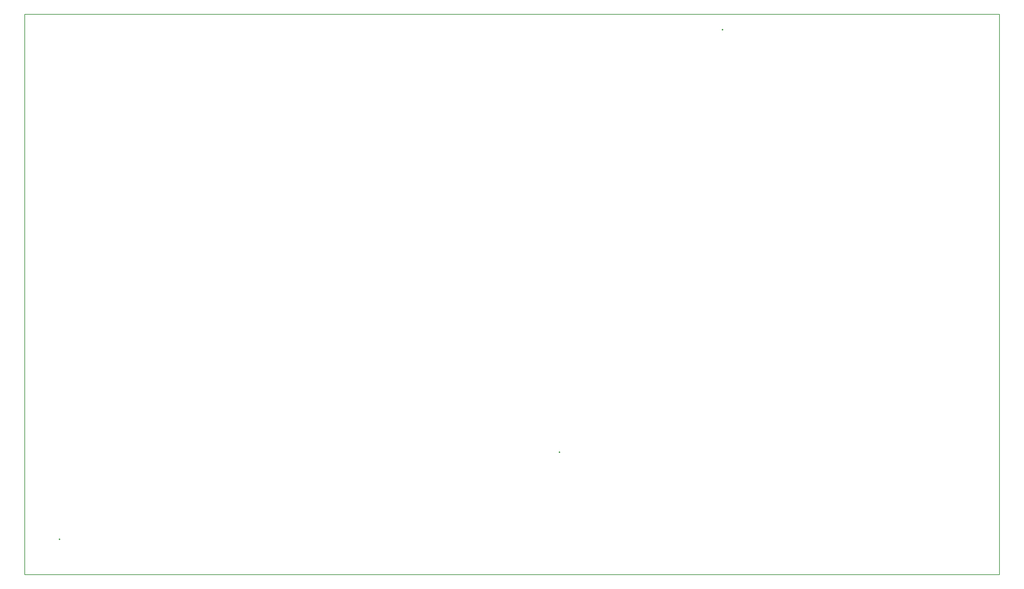
<source format=gbr>
G04 EAGLE Gerber RS-274X export*
G75*
%MOMM*%
%FSLAX34Y34*%
%LPD*%
%IN*%
%IPPOS*%
%AMOC8*
5,1,8,0,0,1.08239X$1,22.5*%
G01*
%ADD10C,0.000000*%
%ADD11C,0.254000*%


D10*
X0Y-100000D02*
X3820000Y-100000D01*
X3820000Y2100000D01*
X0Y2100000D01*
X0Y-100000D01*
X2732560Y2039620D02*
X2732562Y2039703D01*
X2732568Y2039786D01*
X2732578Y2039869D01*
X2732592Y2039951D01*
X2732609Y2040033D01*
X2732631Y2040113D01*
X2732656Y2040192D01*
X2732685Y2040270D01*
X2732718Y2040347D01*
X2732755Y2040422D01*
X2732794Y2040495D01*
X2732838Y2040566D01*
X2732884Y2040635D01*
X2732934Y2040702D01*
X2732987Y2040766D01*
X2733043Y2040828D01*
X2733102Y2040887D01*
X2733164Y2040943D01*
X2733228Y2040996D01*
X2733295Y2041046D01*
X2733364Y2041092D01*
X2733435Y2041136D01*
X2733508Y2041175D01*
X2733583Y2041212D01*
X2733660Y2041245D01*
X2733738Y2041274D01*
X2733817Y2041299D01*
X2733897Y2041321D01*
X2733979Y2041338D01*
X2734061Y2041352D01*
X2734144Y2041362D01*
X2734227Y2041368D01*
X2734310Y2041370D01*
X2734393Y2041368D01*
X2734476Y2041362D01*
X2734559Y2041352D01*
X2734641Y2041338D01*
X2734723Y2041321D01*
X2734803Y2041299D01*
X2734882Y2041274D01*
X2734960Y2041245D01*
X2735037Y2041212D01*
X2735112Y2041175D01*
X2735185Y2041136D01*
X2735256Y2041092D01*
X2735325Y2041046D01*
X2735392Y2040996D01*
X2735456Y2040943D01*
X2735518Y2040887D01*
X2735577Y2040828D01*
X2735633Y2040766D01*
X2735686Y2040702D01*
X2735736Y2040635D01*
X2735782Y2040566D01*
X2735826Y2040495D01*
X2735865Y2040422D01*
X2735902Y2040347D01*
X2735935Y2040270D01*
X2735964Y2040192D01*
X2735989Y2040113D01*
X2736011Y2040033D01*
X2736028Y2039951D01*
X2736042Y2039869D01*
X2736052Y2039786D01*
X2736058Y2039703D01*
X2736060Y2039620D01*
X2736058Y2039537D01*
X2736052Y2039454D01*
X2736042Y2039371D01*
X2736028Y2039289D01*
X2736011Y2039207D01*
X2735989Y2039127D01*
X2735964Y2039048D01*
X2735935Y2038970D01*
X2735902Y2038893D01*
X2735865Y2038818D01*
X2735826Y2038745D01*
X2735782Y2038674D01*
X2735736Y2038605D01*
X2735686Y2038538D01*
X2735633Y2038474D01*
X2735577Y2038412D01*
X2735518Y2038353D01*
X2735456Y2038297D01*
X2735392Y2038244D01*
X2735325Y2038194D01*
X2735256Y2038148D01*
X2735185Y2038104D01*
X2735112Y2038065D01*
X2735037Y2038028D01*
X2734960Y2037995D01*
X2734882Y2037966D01*
X2734803Y2037941D01*
X2734723Y2037919D01*
X2734641Y2037902D01*
X2734559Y2037888D01*
X2734476Y2037878D01*
X2734393Y2037872D01*
X2734310Y2037870D01*
X2734227Y2037872D01*
X2734144Y2037878D01*
X2734061Y2037888D01*
X2733979Y2037902D01*
X2733897Y2037919D01*
X2733817Y2037941D01*
X2733738Y2037966D01*
X2733660Y2037995D01*
X2733583Y2038028D01*
X2733508Y2038065D01*
X2733435Y2038104D01*
X2733364Y2038148D01*
X2733295Y2038194D01*
X2733228Y2038244D01*
X2733164Y2038297D01*
X2733102Y2038353D01*
X2733043Y2038412D01*
X2732987Y2038474D01*
X2732934Y2038538D01*
X2732884Y2038605D01*
X2732838Y2038674D01*
X2732794Y2038745D01*
X2732755Y2038818D01*
X2732718Y2038893D01*
X2732685Y2038970D01*
X2732656Y2039048D01*
X2732631Y2039127D01*
X2732609Y2039207D01*
X2732592Y2039289D01*
X2732578Y2039371D01*
X2732568Y2039454D01*
X2732562Y2039537D01*
X2732560Y2039620D01*
X2093750Y381000D02*
X2093752Y381083D01*
X2093758Y381166D01*
X2093768Y381249D01*
X2093782Y381331D01*
X2093799Y381413D01*
X2093821Y381493D01*
X2093846Y381572D01*
X2093875Y381650D01*
X2093908Y381727D01*
X2093945Y381802D01*
X2093984Y381875D01*
X2094028Y381946D01*
X2094074Y382015D01*
X2094124Y382082D01*
X2094177Y382146D01*
X2094233Y382208D01*
X2094292Y382267D01*
X2094354Y382323D01*
X2094418Y382376D01*
X2094485Y382426D01*
X2094554Y382472D01*
X2094625Y382516D01*
X2094698Y382555D01*
X2094773Y382592D01*
X2094850Y382625D01*
X2094928Y382654D01*
X2095007Y382679D01*
X2095087Y382701D01*
X2095169Y382718D01*
X2095251Y382732D01*
X2095334Y382742D01*
X2095417Y382748D01*
X2095500Y382750D01*
X2095583Y382748D01*
X2095666Y382742D01*
X2095749Y382732D01*
X2095831Y382718D01*
X2095913Y382701D01*
X2095993Y382679D01*
X2096072Y382654D01*
X2096150Y382625D01*
X2096227Y382592D01*
X2096302Y382555D01*
X2096375Y382516D01*
X2096446Y382472D01*
X2096515Y382426D01*
X2096582Y382376D01*
X2096646Y382323D01*
X2096708Y382267D01*
X2096767Y382208D01*
X2096823Y382146D01*
X2096876Y382082D01*
X2096926Y382015D01*
X2096972Y381946D01*
X2097016Y381875D01*
X2097055Y381802D01*
X2097092Y381727D01*
X2097125Y381650D01*
X2097154Y381572D01*
X2097179Y381493D01*
X2097201Y381413D01*
X2097218Y381331D01*
X2097232Y381249D01*
X2097242Y381166D01*
X2097248Y381083D01*
X2097250Y381000D01*
X2097248Y380917D01*
X2097242Y380834D01*
X2097232Y380751D01*
X2097218Y380669D01*
X2097201Y380587D01*
X2097179Y380507D01*
X2097154Y380428D01*
X2097125Y380350D01*
X2097092Y380273D01*
X2097055Y380198D01*
X2097016Y380125D01*
X2096972Y380054D01*
X2096926Y379985D01*
X2096876Y379918D01*
X2096823Y379854D01*
X2096767Y379792D01*
X2096708Y379733D01*
X2096646Y379677D01*
X2096582Y379624D01*
X2096515Y379574D01*
X2096446Y379528D01*
X2096375Y379484D01*
X2096302Y379445D01*
X2096227Y379408D01*
X2096150Y379375D01*
X2096072Y379346D01*
X2095993Y379321D01*
X2095913Y379299D01*
X2095831Y379282D01*
X2095749Y379268D01*
X2095666Y379258D01*
X2095583Y379252D01*
X2095500Y379250D01*
X2095417Y379252D01*
X2095334Y379258D01*
X2095251Y379268D01*
X2095169Y379282D01*
X2095087Y379299D01*
X2095007Y379321D01*
X2094928Y379346D01*
X2094850Y379375D01*
X2094773Y379408D01*
X2094698Y379445D01*
X2094625Y379484D01*
X2094554Y379528D01*
X2094485Y379574D01*
X2094418Y379624D01*
X2094354Y379677D01*
X2094292Y379733D01*
X2094233Y379792D01*
X2094177Y379854D01*
X2094124Y379918D01*
X2094074Y379985D01*
X2094028Y380054D01*
X2093984Y380125D01*
X2093945Y380198D01*
X2093908Y380273D01*
X2093875Y380350D01*
X2093846Y380428D01*
X2093821Y380507D01*
X2093799Y380587D01*
X2093782Y380669D01*
X2093768Y380751D01*
X2093758Y380834D01*
X2093752Y380917D01*
X2093750Y381000D01*
X134140Y39370D02*
X134142Y39453D01*
X134148Y39536D01*
X134158Y39619D01*
X134172Y39701D01*
X134189Y39783D01*
X134211Y39863D01*
X134236Y39942D01*
X134265Y40020D01*
X134298Y40097D01*
X134335Y40172D01*
X134374Y40245D01*
X134418Y40316D01*
X134464Y40385D01*
X134514Y40452D01*
X134567Y40516D01*
X134623Y40578D01*
X134682Y40637D01*
X134744Y40693D01*
X134808Y40746D01*
X134875Y40796D01*
X134944Y40842D01*
X135015Y40886D01*
X135088Y40925D01*
X135163Y40962D01*
X135240Y40995D01*
X135318Y41024D01*
X135397Y41049D01*
X135477Y41071D01*
X135559Y41088D01*
X135641Y41102D01*
X135724Y41112D01*
X135807Y41118D01*
X135890Y41120D01*
X135973Y41118D01*
X136056Y41112D01*
X136139Y41102D01*
X136221Y41088D01*
X136303Y41071D01*
X136383Y41049D01*
X136462Y41024D01*
X136540Y40995D01*
X136617Y40962D01*
X136692Y40925D01*
X136765Y40886D01*
X136836Y40842D01*
X136905Y40796D01*
X136972Y40746D01*
X137036Y40693D01*
X137098Y40637D01*
X137157Y40578D01*
X137213Y40516D01*
X137266Y40452D01*
X137316Y40385D01*
X137362Y40316D01*
X137406Y40245D01*
X137445Y40172D01*
X137482Y40097D01*
X137515Y40020D01*
X137544Y39942D01*
X137569Y39863D01*
X137591Y39783D01*
X137608Y39701D01*
X137622Y39619D01*
X137632Y39536D01*
X137638Y39453D01*
X137640Y39370D01*
X137638Y39287D01*
X137632Y39204D01*
X137622Y39121D01*
X137608Y39039D01*
X137591Y38957D01*
X137569Y38877D01*
X137544Y38798D01*
X137515Y38720D01*
X137482Y38643D01*
X137445Y38568D01*
X137406Y38495D01*
X137362Y38424D01*
X137316Y38355D01*
X137266Y38288D01*
X137213Y38224D01*
X137157Y38162D01*
X137098Y38103D01*
X137036Y38047D01*
X136972Y37994D01*
X136905Y37944D01*
X136836Y37898D01*
X136765Y37854D01*
X136692Y37815D01*
X136617Y37778D01*
X136540Y37745D01*
X136462Y37716D01*
X136383Y37691D01*
X136303Y37669D01*
X136221Y37652D01*
X136139Y37638D01*
X136056Y37628D01*
X135973Y37622D01*
X135890Y37620D01*
X135807Y37622D01*
X135724Y37628D01*
X135641Y37638D01*
X135559Y37652D01*
X135477Y37669D01*
X135397Y37691D01*
X135318Y37716D01*
X135240Y37745D01*
X135163Y37778D01*
X135088Y37815D01*
X135015Y37854D01*
X134944Y37898D01*
X134875Y37944D01*
X134808Y37994D01*
X134744Y38047D01*
X134682Y38103D01*
X134623Y38162D01*
X134567Y38224D01*
X134514Y38288D01*
X134464Y38355D01*
X134418Y38424D01*
X134374Y38495D01*
X134335Y38568D01*
X134298Y38643D01*
X134265Y38720D01*
X134236Y38798D01*
X134211Y38877D01*
X134189Y38957D01*
X134172Y39039D01*
X134158Y39121D01*
X134148Y39204D01*
X134142Y39287D01*
X134140Y39370D01*
D11*
X0Y-100000D02*
X3820000Y-100000D01*
X3820000Y2100000D01*
X0Y2100000D01*
X0Y-100000D01*
X2736060Y2039448D02*
X2735993Y2039110D01*
X2735861Y2038791D01*
X2735669Y2038504D01*
X2735426Y2038261D01*
X2735139Y2038069D01*
X2734820Y2037937D01*
X2734482Y2037870D01*
X2734138Y2037870D01*
X2733800Y2037937D01*
X2733481Y2038069D01*
X2733194Y2038261D01*
X2732951Y2038504D01*
X2732759Y2038791D01*
X2732627Y2039110D01*
X2732560Y2039448D01*
X2732560Y2039792D01*
X2732627Y2040130D01*
X2732759Y2040449D01*
X2732951Y2040736D01*
X2733194Y2040979D01*
X2733481Y2041171D01*
X2733800Y2041303D01*
X2734138Y2041370D01*
X2734482Y2041370D01*
X2734820Y2041303D01*
X2735139Y2041171D01*
X2735426Y2040979D01*
X2735669Y2040736D01*
X2735861Y2040449D01*
X2735993Y2040130D01*
X2736060Y2039792D01*
X2736060Y2039448D01*
X2097250Y380828D02*
X2097183Y380490D01*
X2097051Y380171D01*
X2096859Y379884D01*
X2096616Y379641D01*
X2096329Y379449D01*
X2096010Y379317D01*
X2095672Y379250D01*
X2095328Y379250D01*
X2094990Y379317D01*
X2094671Y379449D01*
X2094384Y379641D01*
X2094141Y379884D01*
X2093949Y380171D01*
X2093817Y380490D01*
X2093750Y380828D01*
X2093750Y381172D01*
X2093817Y381510D01*
X2093949Y381829D01*
X2094141Y382116D01*
X2094384Y382359D01*
X2094671Y382551D01*
X2094990Y382683D01*
X2095328Y382750D01*
X2095672Y382750D01*
X2096010Y382683D01*
X2096329Y382551D01*
X2096616Y382359D01*
X2096859Y382116D01*
X2097051Y381829D01*
X2097183Y381510D01*
X2097250Y381172D01*
X2097250Y380828D01*
X137640Y39198D02*
X137573Y38860D01*
X137441Y38541D01*
X137249Y38254D01*
X137006Y38011D01*
X136719Y37819D01*
X136400Y37687D01*
X136062Y37620D01*
X135718Y37620D01*
X135380Y37687D01*
X135061Y37819D01*
X134774Y38011D01*
X134531Y38254D01*
X134339Y38541D01*
X134207Y38860D01*
X134140Y39198D01*
X134140Y39542D01*
X134207Y39880D01*
X134339Y40199D01*
X134531Y40486D01*
X134774Y40729D01*
X135061Y40921D01*
X135380Y41053D01*
X135718Y41120D01*
X136062Y41120D01*
X136400Y41053D01*
X136719Y40921D01*
X137006Y40729D01*
X137249Y40486D01*
X137441Y40199D01*
X137573Y39880D01*
X137640Y39542D01*
X137640Y39198D01*
M02*

</source>
